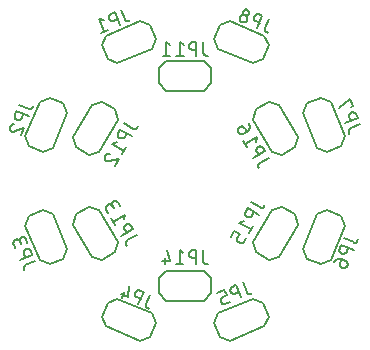
<source format=gbr>
G04 EAGLE Gerber RS-274X export*
G75*
%MOMM*%
%FSLAX34Y34*%
%LPD*%
%INSilkscreen Bottom*%
%IPPOS*%
%AMOC8*
5,1,8,0,0,1.08239X$1,22.5*%
G01*
%ADD10C,0.152400*%
%ADD11C,0.127000*%


D10*
X277172Y712703D02*
X272312Y724436D01*
X277172Y712703D02*
X285469Y709267D01*
X314802Y721417D01*
X318238Y729714D01*
X313378Y741447D01*
X305082Y744883D01*
X275748Y732733D01*
X272312Y724436D01*
D11*
X292025Y746424D02*
X288623Y754637D01*
X292025Y746424D02*
X292065Y746333D01*
X292109Y746243D01*
X292156Y746155D01*
X292206Y746069D01*
X292260Y745985D01*
X292317Y745903D01*
X292377Y745823D01*
X292441Y745746D01*
X292507Y745672D01*
X292576Y745600D01*
X292648Y745531D01*
X292722Y745465D01*
X292800Y745401D01*
X292879Y745341D01*
X292961Y745284D01*
X293045Y745230D01*
X293131Y745180D01*
X293219Y745133D01*
X293309Y745089D01*
X293400Y745049D01*
X293493Y745013D01*
X293587Y744980D01*
X293683Y744951D01*
X293779Y744926D01*
X293876Y744905D01*
X293975Y744887D01*
X294073Y744874D01*
X294173Y744864D01*
X294272Y744858D01*
X294372Y744856D01*
X294472Y744858D01*
X294571Y744864D01*
X294671Y744874D01*
X294769Y744887D01*
X294868Y744905D01*
X294965Y744926D01*
X295061Y744951D01*
X295157Y744980D01*
X295251Y745013D01*
X295344Y745049D01*
X295344Y745050D02*
X296517Y745536D01*
X287472Y741789D02*
X283098Y752349D01*
X280165Y751134D01*
X280062Y751090D01*
X279961Y751041D01*
X279862Y750989D01*
X279764Y750934D01*
X279669Y750875D01*
X279575Y750813D01*
X279484Y750748D01*
X279396Y750680D01*
X279309Y750608D01*
X279226Y750533D01*
X279145Y750456D01*
X279067Y750376D01*
X278991Y750293D01*
X278919Y750207D01*
X278850Y750119D01*
X278784Y750028D01*
X278721Y749936D01*
X278661Y749841D01*
X278605Y749744D01*
X278552Y749645D01*
X278503Y749544D01*
X278458Y749442D01*
X278416Y749338D01*
X278377Y749233D01*
X278343Y749126D01*
X278312Y749018D01*
X278285Y748909D01*
X278262Y748800D01*
X278243Y748689D01*
X278228Y748578D01*
X278216Y748467D01*
X278209Y748355D01*
X278205Y748243D01*
X278206Y748131D01*
X278210Y748019D01*
X278219Y747907D01*
X278231Y747796D01*
X278247Y747685D01*
X278267Y747575D01*
X278291Y747465D01*
X278319Y747357D01*
X278351Y747249D01*
X278386Y747143D01*
X278426Y747038D01*
X278469Y746934D01*
X278515Y746832D01*
X278565Y746732D01*
X278619Y746634D01*
X278676Y746537D01*
X278736Y746443D01*
X278800Y746351D01*
X278867Y746261D01*
X278937Y746173D01*
X279010Y746088D01*
X279086Y746006D01*
X279165Y745926D01*
X279246Y745850D01*
X279331Y745776D01*
X279418Y745705D01*
X279507Y745637D01*
X279599Y745573D01*
X279692Y745512D01*
X279788Y745454D01*
X279886Y745399D01*
X279986Y745348D01*
X280088Y745301D01*
X280191Y745257D01*
X280296Y745217D01*
X280402Y745181D01*
X280509Y745148D01*
X280617Y745119D01*
X280726Y745094D01*
X280836Y745073D01*
X280947Y745056D01*
X281058Y745042D01*
X281170Y745033D01*
X281282Y745028D01*
X281394Y745026D01*
X281506Y745029D01*
X281618Y745035D01*
X281730Y745045D01*
X281841Y745060D01*
X281951Y745078D01*
X282061Y745100D01*
X282170Y745126D01*
X282278Y745156D01*
X282385Y745189D01*
X282491Y745227D01*
X282595Y745268D01*
X282595Y745267D02*
X285528Y746482D01*
X274038Y745847D02*
X270133Y746978D01*
X274507Y736419D01*
X277440Y737634D02*
X271574Y735203D01*
D10*
X320675Y704850D02*
X320675Y692150D01*
X327025Y685800D01*
X358775Y685800D01*
X365125Y692150D01*
X365125Y704850D01*
X358775Y711200D01*
X327025Y711200D01*
X320675Y704850D01*
D11*
X358342Y718312D02*
X358342Y727202D01*
X358342Y718312D02*
X358344Y718212D01*
X358350Y718113D01*
X358360Y718013D01*
X358373Y717915D01*
X358391Y717816D01*
X358412Y717719D01*
X358437Y717623D01*
X358466Y717527D01*
X358499Y717433D01*
X358535Y717340D01*
X358575Y717249D01*
X358619Y717159D01*
X358666Y717071D01*
X358716Y716985D01*
X358770Y716901D01*
X358827Y716819D01*
X358887Y716740D01*
X358951Y716662D01*
X359017Y716588D01*
X359086Y716516D01*
X359158Y716447D01*
X359232Y716381D01*
X359310Y716317D01*
X359389Y716257D01*
X359471Y716200D01*
X359555Y716146D01*
X359641Y716096D01*
X359729Y716049D01*
X359819Y716005D01*
X359910Y715965D01*
X360003Y715929D01*
X360097Y715896D01*
X360193Y715867D01*
X360289Y715842D01*
X360386Y715821D01*
X360485Y715803D01*
X360583Y715790D01*
X360683Y715780D01*
X360782Y715774D01*
X360882Y715772D01*
X362152Y715772D01*
X352362Y715772D02*
X352362Y727202D01*
X349187Y727202D01*
X349076Y727200D01*
X348966Y727194D01*
X348855Y727185D01*
X348745Y727171D01*
X348636Y727154D01*
X348527Y727133D01*
X348419Y727108D01*
X348312Y727079D01*
X348206Y727047D01*
X348101Y727011D01*
X347998Y726971D01*
X347896Y726928D01*
X347795Y726881D01*
X347696Y726830D01*
X347600Y726777D01*
X347505Y726720D01*
X347412Y726659D01*
X347321Y726596D01*
X347232Y726529D01*
X347146Y726459D01*
X347063Y726386D01*
X346981Y726311D01*
X346903Y726233D01*
X346828Y726151D01*
X346755Y726068D01*
X346685Y725982D01*
X346618Y725893D01*
X346555Y725802D01*
X346494Y725709D01*
X346437Y725615D01*
X346384Y725518D01*
X346333Y725419D01*
X346286Y725318D01*
X346243Y725216D01*
X346203Y725113D01*
X346167Y725008D01*
X346135Y724902D01*
X346106Y724795D01*
X346081Y724687D01*
X346060Y724578D01*
X346043Y724469D01*
X346029Y724359D01*
X346020Y724248D01*
X346014Y724138D01*
X346012Y724027D01*
X346014Y723916D01*
X346020Y723806D01*
X346029Y723695D01*
X346043Y723585D01*
X346060Y723476D01*
X346081Y723367D01*
X346106Y723259D01*
X346135Y723152D01*
X346167Y723046D01*
X346203Y722941D01*
X346243Y722838D01*
X346286Y722736D01*
X346333Y722635D01*
X346384Y722536D01*
X346437Y722440D01*
X346494Y722345D01*
X346555Y722252D01*
X346618Y722161D01*
X346685Y722072D01*
X346755Y721986D01*
X346828Y721903D01*
X346903Y721821D01*
X346981Y721743D01*
X347063Y721668D01*
X347146Y721595D01*
X347232Y721525D01*
X347321Y721458D01*
X347412Y721395D01*
X347505Y721334D01*
X347600Y721277D01*
X347696Y721224D01*
X347795Y721173D01*
X347896Y721126D01*
X347998Y721083D01*
X348101Y721043D01*
X348206Y721007D01*
X348312Y720975D01*
X348419Y720946D01*
X348527Y720921D01*
X348636Y720900D01*
X348745Y720883D01*
X348855Y720869D01*
X348966Y720860D01*
X349076Y720854D01*
X349187Y720852D01*
X352362Y720852D01*
X341503Y724662D02*
X338328Y727202D01*
X338328Y715772D01*
X341503Y715772D02*
X335153Y715772D01*
X330073Y724662D02*
X326898Y727202D01*
X326898Y715772D01*
X330073Y715772D02*
X323723Y715772D01*
D10*
X261087Y631628D02*
X250088Y637978D01*
X261087Y631628D02*
X269761Y633952D01*
X285636Y661448D01*
X283312Y670122D01*
X272313Y676472D01*
X263639Y674148D01*
X247764Y646652D01*
X250088Y637978D01*
D11*
X291037Y658356D02*
X298736Y653911D01*
X298823Y653863D01*
X298912Y653818D01*
X299003Y653777D01*
X299096Y653740D01*
X299190Y653706D01*
X299285Y653676D01*
X299381Y653649D01*
X299478Y653627D01*
X299576Y653608D01*
X299674Y653593D01*
X299774Y653582D01*
X299873Y653574D01*
X299973Y653571D01*
X300072Y653572D01*
X300172Y653576D01*
X300271Y653585D01*
X300370Y653597D01*
X300469Y653614D01*
X300567Y653634D01*
X300663Y653658D01*
X300759Y653685D01*
X300854Y653717D01*
X300947Y653752D01*
X301039Y653791D01*
X301129Y653833D01*
X301218Y653879D01*
X301305Y653928D01*
X301389Y653981D01*
X301472Y654037D01*
X301552Y654096D01*
X301630Y654158D01*
X301706Y654223D01*
X301778Y654292D01*
X301848Y654363D01*
X301916Y654436D01*
X301980Y654513D01*
X302041Y654591D01*
X302099Y654672D01*
X302154Y654756D01*
X302206Y654841D01*
X302205Y654841D02*
X302840Y655941D01*
X297945Y647462D02*
X288047Y653177D01*
X286459Y650428D01*
X286406Y650331D01*
X286355Y650232D01*
X286308Y650131D01*
X286265Y650029D01*
X286225Y649926D01*
X286189Y649821D01*
X286157Y649715D01*
X286128Y649608D01*
X286103Y649500D01*
X286082Y649391D01*
X286065Y649282D01*
X286051Y649172D01*
X286042Y649061D01*
X286036Y648951D01*
X286034Y648840D01*
X286036Y648729D01*
X286042Y648619D01*
X286051Y648508D01*
X286065Y648398D01*
X286082Y648289D01*
X286103Y648180D01*
X286128Y648072D01*
X286157Y647965D01*
X286189Y647859D01*
X286225Y647754D01*
X286265Y647651D01*
X286308Y647549D01*
X286355Y647448D01*
X286406Y647349D01*
X286459Y647253D01*
X286516Y647158D01*
X286577Y647065D01*
X286640Y646974D01*
X286707Y646885D01*
X286777Y646799D01*
X286850Y646716D01*
X286925Y646634D01*
X287003Y646556D01*
X287085Y646481D01*
X287168Y646408D01*
X287254Y646338D01*
X287343Y646271D01*
X287434Y646208D01*
X287527Y646147D01*
X287621Y646090D01*
X287718Y646037D01*
X287817Y645986D01*
X287918Y645939D01*
X288020Y645896D01*
X288123Y645856D01*
X288228Y645820D01*
X288334Y645788D01*
X288441Y645759D01*
X288549Y645734D01*
X288658Y645713D01*
X288767Y645696D01*
X288877Y645682D01*
X288988Y645673D01*
X289098Y645667D01*
X289209Y645665D01*
X289320Y645667D01*
X289430Y645673D01*
X289541Y645682D01*
X289651Y645696D01*
X289760Y645713D01*
X289869Y645734D01*
X289977Y645759D01*
X290084Y645788D01*
X290190Y645820D01*
X290295Y645856D01*
X290398Y645896D01*
X290500Y645939D01*
X290601Y645986D01*
X290700Y646037D01*
X290796Y646090D01*
X290891Y646147D01*
X290984Y646208D01*
X291075Y646271D01*
X291164Y646338D01*
X291250Y646408D01*
X291333Y646481D01*
X291415Y646556D01*
X291493Y646634D01*
X291568Y646716D01*
X291641Y646799D01*
X291711Y646885D01*
X291778Y646974D01*
X291841Y647065D01*
X291902Y647158D01*
X291959Y647252D01*
X291958Y647253D02*
X293546Y650002D01*
X284817Y642503D02*
X281030Y641024D01*
X290928Y635309D01*
X292516Y638058D02*
X289341Y632559D01*
X275157Y630850D02*
X275106Y630758D01*
X275059Y630665D01*
X275015Y630570D01*
X274975Y630474D01*
X274938Y630376D01*
X274905Y630277D01*
X274876Y630177D01*
X274850Y630076D01*
X274828Y629974D01*
X274810Y629871D01*
X274795Y629768D01*
X274784Y629664D01*
X274777Y629560D01*
X274774Y629456D01*
X274775Y629351D01*
X274779Y629247D01*
X274788Y629143D01*
X274800Y629039D01*
X274815Y628936D01*
X274835Y628834D01*
X274858Y628732D01*
X274885Y628631D01*
X274916Y628532D01*
X274950Y628433D01*
X274988Y628336D01*
X275030Y628240D01*
X275074Y628146D01*
X275123Y628053D01*
X275174Y627962D01*
X275229Y627874D01*
X275287Y627787D01*
X275349Y627703D01*
X275413Y627620D01*
X275480Y627541D01*
X275550Y627463D01*
X275623Y627389D01*
X275699Y627317D01*
X275777Y627247D01*
X275857Y627181D01*
X275940Y627118D01*
X276026Y627058D01*
X276113Y627001D01*
X276203Y626947D01*
X275156Y630850D02*
X275217Y630951D01*
X275281Y631051D01*
X275348Y631148D01*
X275418Y631243D01*
X275492Y631336D01*
X275568Y631427D01*
X275647Y631515D01*
X275729Y631600D01*
X275814Y631683D01*
X275901Y631762D01*
X275991Y631839D01*
X276084Y631914D01*
X276178Y631985D01*
X276275Y632053D01*
X276374Y632117D01*
X276475Y632179D01*
X276578Y632237D01*
X276683Y632292D01*
X276790Y632344D01*
X276898Y632392D01*
X277007Y632437D01*
X277118Y632478D01*
X277231Y632515D01*
X277344Y632549D01*
X277459Y632579D01*
X277574Y632605D01*
X277690Y632628D01*
X277807Y632647D01*
X277924Y632662D01*
X278042Y632673D01*
X278160Y632681D01*
X278279Y632685D01*
X278397Y632684D01*
X278515Y632681D01*
X278634Y632673D01*
X278751Y632661D01*
X278869Y632646D01*
X278986Y632627D01*
X279102Y632604D01*
X278603Y626660D02*
X278499Y626631D01*
X278394Y626606D01*
X278288Y626585D01*
X278182Y626567D01*
X278074Y626554D01*
X277967Y626544D01*
X277859Y626537D01*
X277751Y626535D01*
X277643Y626536D01*
X277535Y626542D01*
X277427Y626551D01*
X277320Y626563D01*
X277213Y626580D01*
X277107Y626600D01*
X277002Y626624D01*
X276897Y626652D01*
X276794Y626684D01*
X276692Y626719D01*
X276591Y626757D01*
X276491Y626799D01*
X276393Y626845D01*
X276297Y626894D01*
X276202Y626946D01*
X278603Y626660D02*
X286801Y628160D01*
X283626Y622660D01*
D10*
X283312Y549078D02*
X272313Y542728D01*
X283312Y549078D02*
X285636Y557752D01*
X269761Y585248D01*
X261087Y587572D01*
X250088Y581222D01*
X247764Y572548D01*
X263639Y545052D01*
X272313Y542728D01*
D11*
X294062Y559231D02*
X301761Y563676D01*
X294062Y559232D02*
X293977Y559180D01*
X293893Y559125D01*
X293812Y559067D01*
X293734Y559006D01*
X293657Y558942D01*
X293584Y558874D01*
X293513Y558804D01*
X293444Y558732D01*
X293379Y558656D01*
X293317Y558578D01*
X293258Y558498D01*
X293202Y558415D01*
X293149Y558331D01*
X293100Y558244D01*
X293054Y558155D01*
X293012Y558065D01*
X292973Y557973D01*
X292938Y557880D01*
X292906Y557785D01*
X292879Y557689D01*
X292855Y557593D01*
X292835Y557495D01*
X292818Y557396D01*
X292806Y557298D01*
X292797Y557198D01*
X292793Y557099D01*
X292792Y556999D01*
X292795Y556899D01*
X292803Y556800D01*
X292814Y556700D01*
X292829Y556602D01*
X292847Y556504D01*
X292870Y556407D01*
X292897Y556311D01*
X292927Y556216D01*
X292961Y556122D01*
X292998Y556029D01*
X293039Y555939D01*
X293084Y555849D01*
X293132Y555762D01*
X293767Y554662D01*
X288872Y563140D02*
X298771Y568855D01*
X297183Y571605D01*
X297184Y571605D02*
X297127Y571699D01*
X297066Y571792D01*
X297003Y571883D01*
X296936Y571972D01*
X296866Y572058D01*
X296793Y572141D01*
X296718Y572223D01*
X296640Y572301D01*
X296558Y572376D01*
X296475Y572449D01*
X296389Y572519D01*
X296300Y572586D01*
X296209Y572649D01*
X296116Y572710D01*
X296021Y572767D01*
X295925Y572820D01*
X295826Y572871D01*
X295725Y572918D01*
X295623Y572961D01*
X295520Y573001D01*
X295415Y573037D01*
X295309Y573069D01*
X295202Y573098D01*
X295094Y573123D01*
X294985Y573144D01*
X294876Y573161D01*
X294766Y573175D01*
X294655Y573184D01*
X294545Y573190D01*
X294434Y573192D01*
X294323Y573190D01*
X294213Y573184D01*
X294102Y573175D01*
X293992Y573161D01*
X293883Y573144D01*
X293774Y573123D01*
X293666Y573098D01*
X293559Y573069D01*
X293453Y573037D01*
X293348Y573001D01*
X293245Y572961D01*
X293143Y572918D01*
X293042Y572871D01*
X292943Y572820D01*
X292846Y572767D01*
X292752Y572710D01*
X292659Y572649D01*
X292568Y572586D01*
X292479Y572519D01*
X292393Y572449D01*
X292310Y572376D01*
X292228Y572301D01*
X292150Y572223D01*
X292075Y572141D01*
X292002Y572058D01*
X291932Y571972D01*
X291865Y571883D01*
X291802Y571792D01*
X291741Y571699D01*
X291684Y571604D01*
X291631Y571508D01*
X291580Y571409D01*
X291533Y571308D01*
X291490Y571206D01*
X291450Y571103D01*
X291414Y570998D01*
X291382Y570892D01*
X291353Y570785D01*
X291328Y570677D01*
X291307Y570568D01*
X291290Y570459D01*
X291276Y570349D01*
X291267Y570238D01*
X291261Y570128D01*
X291259Y570017D01*
X291261Y569906D01*
X291267Y569796D01*
X291276Y569685D01*
X291290Y569575D01*
X291307Y569466D01*
X291328Y569357D01*
X291353Y569249D01*
X291382Y569142D01*
X291414Y569036D01*
X291450Y568931D01*
X291490Y568828D01*
X291533Y568726D01*
X291580Y568625D01*
X291631Y568526D01*
X291684Y568429D01*
X291684Y568430D02*
X293272Y565680D01*
X291142Y576989D02*
X291754Y581009D01*
X281855Y575294D01*
X280268Y578043D02*
X283443Y572544D01*
X277728Y582443D02*
X276140Y585192D01*
X276087Y585289D01*
X276036Y585388D01*
X275989Y585489D01*
X275946Y585591D01*
X275906Y585694D01*
X275870Y585799D01*
X275838Y585905D01*
X275809Y586012D01*
X275784Y586120D01*
X275763Y586229D01*
X275746Y586338D01*
X275732Y586448D01*
X275723Y586559D01*
X275717Y586669D01*
X275715Y586780D01*
X275717Y586891D01*
X275723Y587001D01*
X275732Y587112D01*
X275746Y587222D01*
X275763Y587331D01*
X275784Y587440D01*
X275809Y587548D01*
X275838Y587655D01*
X275870Y587761D01*
X275906Y587866D01*
X275946Y587969D01*
X275989Y588071D01*
X276036Y588172D01*
X276087Y588271D01*
X276140Y588368D01*
X276197Y588462D01*
X276258Y588555D01*
X276321Y588646D01*
X276388Y588735D01*
X276458Y588821D01*
X276531Y588904D01*
X276606Y588986D01*
X276684Y589064D01*
X276766Y589139D01*
X276849Y589212D01*
X276935Y589282D01*
X277024Y589349D01*
X277115Y589412D01*
X277208Y589473D01*
X277303Y589530D01*
X277399Y589583D01*
X277498Y589634D01*
X277599Y589681D01*
X277701Y589724D01*
X277804Y589764D01*
X277909Y589800D01*
X278015Y589832D01*
X278122Y589861D01*
X278230Y589886D01*
X278339Y589907D01*
X278448Y589924D01*
X278558Y589938D01*
X278669Y589947D01*
X278779Y589953D01*
X278890Y589955D01*
X279001Y589953D01*
X279111Y589947D01*
X279222Y589938D01*
X279332Y589924D01*
X279441Y589907D01*
X279550Y589886D01*
X279658Y589861D01*
X279765Y589832D01*
X279871Y589800D01*
X279976Y589764D01*
X280079Y589724D01*
X280181Y589681D01*
X280282Y589634D01*
X280381Y589583D01*
X280478Y589530D01*
X280573Y589473D01*
X280665Y589412D01*
X280756Y589349D01*
X280845Y589282D01*
X280931Y589212D01*
X281014Y589139D01*
X281096Y589064D01*
X281174Y588986D01*
X281249Y588904D01*
X281322Y588821D01*
X281392Y588735D01*
X281459Y588646D01*
X281522Y588555D01*
X281583Y588462D01*
X281640Y588367D01*
X285722Y591457D02*
X287627Y588158D01*
X285722Y591457D02*
X285670Y591542D01*
X285615Y591626D01*
X285557Y591707D01*
X285496Y591785D01*
X285432Y591862D01*
X285364Y591935D01*
X285294Y592006D01*
X285222Y592075D01*
X285146Y592140D01*
X285068Y592202D01*
X284988Y592261D01*
X284905Y592317D01*
X284821Y592370D01*
X284734Y592419D01*
X284645Y592465D01*
X284555Y592507D01*
X284463Y592546D01*
X284370Y592581D01*
X284275Y592613D01*
X284179Y592640D01*
X284083Y592664D01*
X283985Y592684D01*
X283886Y592701D01*
X283788Y592713D01*
X283688Y592722D01*
X283588Y592726D01*
X283489Y592727D01*
X283389Y592724D01*
X283290Y592716D01*
X283190Y592705D01*
X283092Y592690D01*
X282994Y592671D01*
X282897Y592649D01*
X282801Y592622D01*
X282706Y592592D01*
X282612Y592558D01*
X282519Y592521D01*
X282429Y592480D01*
X282339Y592435D01*
X282252Y592387D01*
X282167Y592335D01*
X282083Y592280D01*
X282002Y592222D01*
X281924Y592161D01*
X281847Y592097D01*
X281774Y592029D01*
X281703Y591959D01*
X281634Y591887D01*
X281569Y591811D01*
X281507Y591733D01*
X281448Y591653D01*
X281392Y591570D01*
X281339Y591486D01*
X281290Y591399D01*
X281244Y591310D01*
X281202Y591220D01*
X281163Y591128D01*
X281128Y591035D01*
X281096Y590940D01*
X281069Y590844D01*
X281045Y590748D01*
X281025Y590650D01*
X281008Y590551D01*
X280996Y590452D01*
X280987Y590353D01*
X280983Y590253D01*
X280982Y590154D01*
X280985Y590054D01*
X280993Y589955D01*
X281004Y589855D01*
X281019Y589757D01*
X281038Y589659D01*
X281060Y589562D01*
X281087Y589466D01*
X281117Y589371D01*
X281151Y589277D01*
X281188Y589184D01*
X281229Y589093D01*
X281274Y589004D01*
X281322Y588917D01*
X282592Y586718D01*
D10*
X365125Y527050D02*
X365125Y514350D01*
X365125Y527050D02*
X358775Y533400D01*
X327025Y533400D01*
X320675Y527050D01*
X320675Y514350D01*
X327025Y508000D01*
X358775Y508000D01*
X365125Y514350D01*
D11*
X358267Y542163D02*
X358267Y551053D01*
X358267Y542163D02*
X358269Y542063D01*
X358275Y541964D01*
X358285Y541864D01*
X358298Y541766D01*
X358316Y541667D01*
X358337Y541570D01*
X358362Y541474D01*
X358391Y541378D01*
X358424Y541284D01*
X358460Y541191D01*
X358500Y541100D01*
X358544Y541010D01*
X358591Y540922D01*
X358641Y540836D01*
X358695Y540752D01*
X358752Y540670D01*
X358812Y540591D01*
X358876Y540513D01*
X358942Y540439D01*
X359011Y540367D01*
X359083Y540298D01*
X359157Y540232D01*
X359235Y540168D01*
X359314Y540108D01*
X359396Y540051D01*
X359480Y539997D01*
X359566Y539947D01*
X359654Y539900D01*
X359744Y539856D01*
X359835Y539816D01*
X359928Y539780D01*
X360022Y539747D01*
X360118Y539718D01*
X360214Y539693D01*
X360311Y539672D01*
X360410Y539654D01*
X360508Y539641D01*
X360608Y539631D01*
X360707Y539625D01*
X360807Y539623D01*
X362077Y539623D01*
X352287Y539623D02*
X352287Y551053D01*
X349112Y551053D01*
X349001Y551051D01*
X348891Y551045D01*
X348780Y551036D01*
X348670Y551022D01*
X348561Y551005D01*
X348452Y550984D01*
X348344Y550959D01*
X348237Y550930D01*
X348131Y550898D01*
X348026Y550862D01*
X347923Y550822D01*
X347821Y550779D01*
X347720Y550732D01*
X347621Y550681D01*
X347525Y550628D01*
X347430Y550571D01*
X347337Y550510D01*
X347246Y550447D01*
X347157Y550380D01*
X347071Y550310D01*
X346988Y550237D01*
X346906Y550162D01*
X346828Y550084D01*
X346753Y550002D01*
X346680Y549919D01*
X346610Y549833D01*
X346543Y549744D01*
X346480Y549653D01*
X346419Y549560D01*
X346362Y549466D01*
X346309Y549369D01*
X346258Y549270D01*
X346211Y549169D01*
X346168Y549067D01*
X346128Y548964D01*
X346092Y548859D01*
X346060Y548753D01*
X346031Y548646D01*
X346006Y548538D01*
X345985Y548429D01*
X345968Y548320D01*
X345954Y548210D01*
X345945Y548099D01*
X345939Y547989D01*
X345937Y547878D01*
X345939Y547767D01*
X345945Y547657D01*
X345954Y547546D01*
X345968Y547436D01*
X345985Y547327D01*
X346006Y547218D01*
X346031Y547110D01*
X346060Y547003D01*
X346092Y546897D01*
X346128Y546792D01*
X346168Y546689D01*
X346211Y546587D01*
X346258Y546486D01*
X346309Y546387D01*
X346362Y546291D01*
X346419Y546196D01*
X346480Y546103D01*
X346543Y546012D01*
X346610Y545923D01*
X346680Y545837D01*
X346753Y545754D01*
X346828Y545672D01*
X346906Y545594D01*
X346988Y545519D01*
X347071Y545446D01*
X347157Y545376D01*
X347246Y545309D01*
X347337Y545246D01*
X347430Y545185D01*
X347525Y545128D01*
X347621Y545075D01*
X347720Y545024D01*
X347821Y544977D01*
X347923Y544934D01*
X348026Y544894D01*
X348131Y544858D01*
X348237Y544826D01*
X348344Y544797D01*
X348452Y544772D01*
X348561Y544751D01*
X348670Y544734D01*
X348780Y544720D01*
X348891Y544711D01*
X349001Y544705D01*
X349112Y544703D01*
X352287Y544703D01*
X341428Y548513D02*
X338253Y551053D01*
X338253Y539623D01*
X341428Y539623D02*
X335078Y539623D01*
X329998Y542163D02*
X327458Y551053D01*
X329998Y542163D02*
X323648Y542163D01*
X325553Y544703D02*
X325553Y539623D01*
D10*
X424713Y587572D02*
X435712Y581222D01*
X424713Y587572D02*
X416039Y585248D01*
X400164Y557752D01*
X402488Y549078D01*
X413487Y542728D01*
X422161Y545052D01*
X438036Y572548D01*
X435712Y581222D01*
D11*
X406495Y587321D02*
X398796Y591766D01*
X406495Y587321D02*
X406582Y587273D01*
X406671Y587228D01*
X406762Y587187D01*
X406855Y587150D01*
X406949Y587116D01*
X407044Y587086D01*
X407140Y587059D01*
X407237Y587037D01*
X407335Y587018D01*
X407433Y587003D01*
X407533Y586992D01*
X407632Y586984D01*
X407732Y586981D01*
X407831Y586982D01*
X407931Y586986D01*
X408030Y586995D01*
X408129Y587007D01*
X408228Y587024D01*
X408326Y587044D01*
X408422Y587068D01*
X408518Y587095D01*
X408613Y587127D01*
X408706Y587162D01*
X408798Y587201D01*
X408888Y587243D01*
X408977Y587289D01*
X409064Y587338D01*
X409148Y587391D01*
X409231Y587447D01*
X409311Y587506D01*
X409389Y587568D01*
X409465Y587633D01*
X409537Y587702D01*
X409607Y587773D01*
X409675Y587846D01*
X409739Y587923D01*
X409800Y588001D01*
X409858Y588082D01*
X409913Y588166D01*
X409965Y588251D01*
X409964Y588251D02*
X410599Y589351D01*
X405704Y580872D02*
X395805Y586587D01*
X394218Y583838D01*
X394165Y583741D01*
X394114Y583642D01*
X394067Y583541D01*
X394024Y583439D01*
X393984Y583336D01*
X393948Y583231D01*
X393916Y583125D01*
X393887Y583018D01*
X393862Y582910D01*
X393841Y582801D01*
X393824Y582692D01*
X393810Y582582D01*
X393801Y582471D01*
X393795Y582361D01*
X393793Y582250D01*
X393795Y582139D01*
X393801Y582029D01*
X393810Y581918D01*
X393824Y581808D01*
X393841Y581699D01*
X393862Y581590D01*
X393887Y581482D01*
X393916Y581375D01*
X393948Y581269D01*
X393984Y581164D01*
X394024Y581061D01*
X394067Y580959D01*
X394114Y580858D01*
X394165Y580759D01*
X394218Y580663D01*
X394275Y580568D01*
X394336Y580475D01*
X394399Y580384D01*
X394466Y580295D01*
X394536Y580209D01*
X394609Y580126D01*
X394684Y580044D01*
X394762Y579966D01*
X394844Y579891D01*
X394927Y579818D01*
X395013Y579748D01*
X395102Y579681D01*
X395193Y579618D01*
X395286Y579557D01*
X395380Y579500D01*
X395477Y579447D01*
X395576Y579396D01*
X395677Y579349D01*
X395779Y579306D01*
X395882Y579266D01*
X395987Y579230D01*
X396093Y579198D01*
X396200Y579169D01*
X396308Y579144D01*
X396417Y579123D01*
X396526Y579106D01*
X396636Y579092D01*
X396747Y579083D01*
X396857Y579077D01*
X396968Y579075D01*
X397079Y579077D01*
X397189Y579083D01*
X397300Y579092D01*
X397410Y579106D01*
X397519Y579123D01*
X397628Y579144D01*
X397736Y579169D01*
X397843Y579198D01*
X397949Y579230D01*
X398054Y579266D01*
X398157Y579306D01*
X398259Y579349D01*
X398360Y579396D01*
X398459Y579447D01*
X398555Y579500D01*
X398650Y579557D01*
X398743Y579618D01*
X398834Y579681D01*
X398923Y579748D01*
X399009Y579818D01*
X399092Y579891D01*
X399174Y579966D01*
X399252Y580044D01*
X399327Y580126D01*
X399400Y580209D01*
X399470Y580295D01*
X399537Y580384D01*
X399600Y580475D01*
X399661Y580568D01*
X399718Y580662D01*
X399717Y580663D02*
X401305Y583412D01*
X392576Y575914D02*
X388789Y574434D01*
X398687Y568719D01*
X400275Y571469D02*
X397100Y565969D01*
X394560Y561570D02*
X392655Y558270D01*
X392603Y558185D01*
X392548Y558101D01*
X392490Y558020D01*
X392429Y557942D01*
X392365Y557865D01*
X392297Y557792D01*
X392227Y557721D01*
X392155Y557652D01*
X392079Y557587D01*
X392001Y557525D01*
X391921Y557466D01*
X391838Y557410D01*
X391754Y557357D01*
X391667Y557308D01*
X391578Y557262D01*
X391488Y557220D01*
X391396Y557181D01*
X391303Y557146D01*
X391208Y557114D01*
X391112Y557087D01*
X391016Y557063D01*
X390918Y557043D01*
X390819Y557026D01*
X390721Y557014D01*
X390621Y557005D01*
X390522Y557001D01*
X390422Y557000D01*
X390322Y557003D01*
X390223Y557011D01*
X390123Y557022D01*
X390025Y557037D01*
X389927Y557055D01*
X389830Y557078D01*
X389734Y557105D01*
X389639Y557135D01*
X389545Y557169D01*
X389452Y557206D01*
X389362Y557247D01*
X389272Y557292D01*
X389185Y557340D01*
X389185Y557341D02*
X388085Y557976D01*
X388085Y557975D02*
X388000Y558027D01*
X387916Y558082D01*
X387835Y558140D01*
X387757Y558201D01*
X387680Y558265D01*
X387607Y558333D01*
X387536Y558403D01*
X387467Y558475D01*
X387402Y558551D01*
X387340Y558629D01*
X387281Y558709D01*
X387225Y558792D01*
X387172Y558876D01*
X387123Y558963D01*
X387077Y559052D01*
X387035Y559142D01*
X386996Y559234D01*
X386961Y559327D01*
X386929Y559422D01*
X386902Y559518D01*
X386878Y559614D01*
X386858Y559712D01*
X386841Y559811D01*
X386829Y559909D01*
X386820Y560009D01*
X386816Y560109D01*
X386815Y560208D01*
X386818Y560308D01*
X386826Y560407D01*
X386837Y560507D01*
X386852Y560605D01*
X386871Y560703D01*
X386893Y560800D01*
X386920Y560896D01*
X386950Y560991D01*
X386984Y561085D01*
X387021Y561178D01*
X387062Y561268D01*
X387107Y561358D01*
X387155Y561445D01*
X387156Y561445D02*
X389061Y564745D01*
X384661Y567285D01*
X381486Y561786D01*
D10*
X402488Y670122D02*
X413487Y676472D01*
X402488Y670122D02*
X400164Y661448D01*
X416039Y633952D01*
X424713Y631628D01*
X435712Y637978D01*
X438036Y646652D01*
X422161Y674148D01*
X413487Y676472D01*
D11*
X413584Y629477D02*
X405885Y625032D01*
X405885Y625033D02*
X405800Y624981D01*
X405716Y624926D01*
X405635Y624868D01*
X405557Y624807D01*
X405480Y624743D01*
X405407Y624675D01*
X405336Y624605D01*
X405267Y624533D01*
X405202Y624457D01*
X405140Y624379D01*
X405081Y624299D01*
X405025Y624216D01*
X404972Y624132D01*
X404923Y624045D01*
X404877Y623956D01*
X404835Y623866D01*
X404796Y623774D01*
X404761Y623681D01*
X404729Y623586D01*
X404702Y623490D01*
X404678Y623394D01*
X404658Y623296D01*
X404641Y623197D01*
X404629Y623099D01*
X404620Y622999D01*
X404616Y622900D01*
X404615Y622800D01*
X404618Y622700D01*
X404626Y622601D01*
X404637Y622501D01*
X404652Y622403D01*
X404670Y622305D01*
X404693Y622208D01*
X404720Y622112D01*
X404750Y622017D01*
X404784Y621923D01*
X404821Y621830D01*
X404862Y621740D01*
X404907Y621650D01*
X404955Y621563D01*
X405590Y620463D01*
X400695Y628941D02*
X410594Y634656D01*
X409006Y637406D01*
X409006Y637407D02*
X408949Y637501D01*
X408888Y637594D01*
X408825Y637685D01*
X408758Y637774D01*
X408688Y637860D01*
X408615Y637943D01*
X408540Y638025D01*
X408462Y638103D01*
X408380Y638178D01*
X408297Y638251D01*
X408211Y638321D01*
X408122Y638388D01*
X408031Y638451D01*
X407938Y638512D01*
X407843Y638569D01*
X407747Y638622D01*
X407648Y638673D01*
X407547Y638720D01*
X407445Y638763D01*
X407342Y638803D01*
X407237Y638839D01*
X407131Y638871D01*
X407024Y638900D01*
X406916Y638925D01*
X406807Y638946D01*
X406698Y638963D01*
X406588Y638977D01*
X406477Y638986D01*
X406367Y638992D01*
X406256Y638994D01*
X406145Y638992D01*
X406035Y638986D01*
X405924Y638977D01*
X405814Y638963D01*
X405705Y638946D01*
X405596Y638925D01*
X405488Y638900D01*
X405381Y638871D01*
X405275Y638839D01*
X405170Y638803D01*
X405067Y638763D01*
X404965Y638720D01*
X404864Y638673D01*
X404765Y638622D01*
X404668Y638569D01*
X404574Y638512D01*
X404481Y638451D01*
X404390Y638388D01*
X404301Y638321D01*
X404215Y638251D01*
X404132Y638178D01*
X404050Y638103D01*
X403972Y638025D01*
X403897Y637943D01*
X403824Y637860D01*
X403754Y637774D01*
X403687Y637685D01*
X403624Y637594D01*
X403563Y637501D01*
X403506Y637406D01*
X403453Y637310D01*
X403402Y637211D01*
X403355Y637110D01*
X403312Y637008D01*
X403272Y636905D01*
X403236Y636800D01*
X403204Y636694D01*
X403175Y636587D01*
X403150Y636479D01*
X403129Y636370D01*
X403112Y636261D01*
X403098Y636151D01*
X403089Y636040D01*
X403083Y635930D01*
X403081Y635819D01*
X403083Y635708D01*
X403089Y635598D01*
X403098Y635487D01*
X403112Y635377D01*
X403129Y635268D01*
X403150Y635159D01*
X403175Y635051D01*
X403204Y634944D01*
X403236Y634838D01*
X403272Y634733D01*
X403312Y634630D01*
X403355Y634528D01*
X403402Y634427D01*
X403453Y634328D01*
X403506Y634231D01*
X403507Y634231D02*
X405094Y631481D01*
X402965Y642790D02*
X403577Y646810D01*
X393678Y641095D01*
X392091Y643844D02*
X395266Y638345D01*
X395050Y651419D02*
X393145Y654718D01*
X393093Y654803D01*
X393038Y654887D01*
X392980Y654968D01*
X392919Y655046D01*
X392855Y655123D01*
X392787Y655196D01*
X392717Y655267D01*
X392645Y655336D01*
X392569Y655401D01*
X392491Y655463D01*
X392411Y655522D01*
X392328Y655578D01*
X392244Y655631D01*
X392157Y655680D01*
X392068Y655726D01*
X391978Y655768D01*
X391886Y655807D01*
X391793Y655842D01*
X391698Y655874D01*
X391602Y655901D01*
X391506Y655925D01*
X391408Y655945D01*
X391309Y655962D01*
X391211Y655974D01*
X391111Y655983D01*
X391012Y655987D01*
X390912Y655988D01*
X390812Y655985D01*
X390713Y655977D01*
X390613Y655966D01*
X390515Y655951D01*
X390417Y655933D01*
X390320Y655910D01*
X390224Y655883D01*
X390129Y655853D01*
X390035Y655819D01*
X389942Y655782D01*
X389852Y655741D01*
X389762Y655696D01*
X389675Y655648D01*
X389125Y655331D01*
X389029Y655273D01*
X388935Y655212D01*
X388844Y655147D01*
X388754Y655080D01*
X388667Y655009D01*
X388583Y654935D01*
X388501Y654859D01*
X388422Y654779D01*
X388346Y654697D01*
X388273Y654612D01*
X388203Y654525D01*
X388136Y654435D01*
X388072Y654343D01*
X388011Y654249D01*
X387954Y654152D01*
X387900Y654054D01*
X387850Y653954D01*
X387803Y653852D01*
X387760Y653748D01*
X387721Y653643D01*
X387685Y653537D01*
X387654Y653430D01*
X387626Y653321D01*
X387601Y653212D01*
X387581Y653102D01*
X387565Y652991D01*
X387552Y652879D01*
X387543Y652768D01*
X387539Y652656D01*
X387538Y652544D01*
X387542Y652432D01*
X387549Y652320D01*
X387560Y652208D01*
X387575Y652097D01*
X387594Y651987D01*
X387617Y651877D01*
X387644Y651768D01*
X387674Y651660D01*
X387709Y651554D01*
X387747Y651448D01*
X387789Y651344D01*
X387834Y651242D01*
X387883Y651141D01*
X387936Y651042D01*
X387992Y650945D01*
X388051Y650850D01*
X388114Y650757D01*
X388180Y650667D01*
X388249Y650579D01*
X388321Y650493D01*
X388396Y650410D01*
X388475Y650329D01*
X388555Y650252D01*
X388639Y650177D01*
X388725Y650105D01*
X388814Y650037D01*
X388905Y649971D01*
X388998Y649909D01*
X389093Y649850D01*
X389191Y649795D01*
X389290Y649743D01*
X389391Y649694D01*
X389494Y649649D01*
X389598Y649608D01*
X389703Y649571D01*
X389810Y649537D01*
X389918Y649507D01*
X390027Y649481D01*
X390137Y649459D01*
X390248Y649440D01*
X390359Y649426D01*
X390470Y649415D01*
X390582Y649409D01*
X390694Y649406D01*
X390806Y649407D01*
X390918Y649413D01*
X391030Y649422D01*
X391141Y649435D01*
X391252Y649452D01*
X391362Y649473D01*
X391471Y649498D01*
X391580Y649527D01*
X391687Y649559D01*
X391793Y649595D01*
X391898Y649635D01*
X392001Y649679D01*
X392103Y649726D01*
X392202Y649777D01*
X392300Y649831D01*
X395050Y651419D01*
X395170Y651490D01*
X395289Y651565D01*
X395405Y651643D01*
X395519Y651725D01*
X395630Y651809D01*
X395739Y651897D01*
X395846Y651987D01*
X395951Y652081D01*
X396052Y652177D01*
X396151Y652276D01*
X396247Y652377D01*
X396341Y652482D01*
X396431Y652589D01*
X396519Y652698D01*
X396603Y652809D01*
X396685Y652923D01*
X396763Y653040D01*
X396838Y653158D01*
X396909Y653278D01*
X396978Y653400D01*
X397043Y653524D01*
X397104Y653650D01*
X397162Y653777D01*
X397217Y653906D01*
X397267Y654037D01*
X397315Y654169D01*
X397358Y654302D01*
X397398Y654436D01*
X397435Y654571D01*
X397467Y654707D01*
X397496Y654844D01*
X397521Y654982D01*
X397542Y655120D01*
X397559Y655259D01*
X397573Y655399D01*
X397582Y655538D01*
X397588Y655678D01*
X397590Y655818D01*
X397588Y655958D01*
X397582Y656098D01*
X397573Y656238D01*
X397559Y656377D01*
X397542Y656516D01*
X397521Y656654D01*
X397496Y656792D01*
X397467Y656929D01*
X397435Y657065D01*
X397398Y657200D01*
X397358Y657334D01*
X397315Y657467D01*
X397267Y657599D01*
X397217Y657730D01*
X397162Y657859D01*
X397104Y657986D01*
X397043Y658112D01*
X396978Y658236D01*
X396909Y658358D01*
D10*
X222787Y634262D02*
X211053Y639122D01*
X222787Y634262D02*
X231083Y637698D01*
X243233Y667032D01*
X239797Y675328D01*
X228064Y680188D01*
X219767Y676752D01*
X207617Y647418D01*
X211053Y639122D01*
D11*
X210441Y670788D02*
X202228Y674190D01*
X210441Y670787D02*
X210534Y670751D01*
X210628Y670718D01*
X210724Y670689D01*
X210820Y670664D01*
X210917Y670643D01*
X211016Y670625D01*
X211114Y670612D01*
X211214Y670602D01*
X211313Y670596D01*
X211413Y670594D01*
X211513Y670596D01*
X211612Y670602D01*
X211712Y670612D01*
X211810Y670625D01*
X211909Y670643D01*
X212006Y670664D01*
X212102Y670689D01*
X212198Y670718D01*
X212292Y670751D01*
X212385Y670787D01*
X212476Y670827D01*
X212566Y670871D01*
X212654Y670918D01*
X212740Y670968D01*
X212824Y671022D01*
X212906Y671079D01*
X212986Y671139D01*
X213063Y671203D01*
X213137Y671269D01*
X213209Y671338D01*
X213278Y671410D01*
X213344Y671484D01*
X213408Y671562D01*
X213468Y671641D01*
X213525Y671723D01*
X213579Y671807D01*
X213629Y671893D01*
X213676Y671981D01*
X213720Y672071D01*
X213760Y672162D01*
X214246Y673336D01*
X210499Y664291D02*
X199939Y668665D01*
X198724Y665732D01*
X198725Y665732D02*
X198684Y665628D01*
X198646Y665522D01*
X198613Y665415D01*
X198583Y665307D01*
X198557Y665198D01*
X198535Y665088D01*
X198517Y664978D01*
X198502Y664867D01*
X198492Y664755D01*
X198486Y664643D01*
X198483Y664531D01*
X198485Y664419D01*
X198490Y664307D01*
X198499Y664195D01*
X198513Y664084D01*
X198530Y663973D01*
X198551Y663863D01*
X198576Y663754D01*
X198605Y663646D01*
X198638Y663539D01*
X198674Y663433D01*
X198714Y663328D01*
X198758Y663225D01*
X198805Y663123D01*
X198856Y663023D01*
X198911Y662925D01*
X198969Y662829D01*
X199030Y662736D01*
X199094Y662644D01*
X199162Y662555D01*
X199233Y662468D01*
X199307Y662384D01*
X199383Y662302D01*
X199463Y662223D01*
X199545Y662147D01*
X199630Y662074D01*
X199718Y662004D01*
X199808Y661937D01*
X199900Y661873D01*
X199994Y661813D01*
X200091Y661756D01*
X200189Y661702D01*
X200289Y661652D01*
X200391Y661606D01*
X200495Y661563D01*
X200600Y661523D01*
X200706Y661488D01*
X200814Y661456D01*
X200922Y661428D01*
X201032Y661404D01*
X201142Y661384D01*
X201253Y661368D01*
X201364Y661356D01*
X201476Y661347D01*
X201588Y661343D01*
X201700Y661342D01*
X201812Y661346D01*
X201924Y661353D01*
X202035Y661365D01*
X202146Y661380D01*
X202257Y661399D01*
X202366Y661422D01*
X202475Y661449D01*
X202583Y661480D01*
X202690Y661514D01*
X202795Y661553D01*
X202899Y661595D01*
X203001Y661640D01*
X203102Y661689D01*
X203201Y661742D01*
X203298Y661798D01*
X203393Y661858D01*
X203485Y661921D01*
X203576Y661987D01*
X203664Y662056D01*
X203750Y662128D01*
X203833Y662204D01*
X203913Y662282D01*
X203990Y662363D01*
X204065Y662446D01*
X204137Y662533D01*
X204205Y662621D01*
X204270Y662712D01*
X204332Y662806D01*
X204391Y662901D01*
X204446Y662999D01*
X204498Y663098D01*
X204547Y663199D01*
X204591Y663302D01*
X205806Y666235D01*
X194447Y655407D02*
X194407Y655307D01*
X194372Y655206D01*
X194341Y655104D01*
X194313Y655001D01*
X194289Y654897D01*
X194269Y654792D01*
X194253Y654686D01*
X194241Y654580D01*
X194233Y654473D01*
X194229Y654366D01*
X194229Y654260D01*
X194233Y654153D01*
X194241Y654046D01*
X194253Y653940D01*
X194269Y653834D01*
X194289Y653729D01*
X194313Y653625D01*
X194341Y653522D01*
X194372Y653420D01*
X194408Y653319D01*
X194447Y653219D01*
X194489Y653121D01*
X194536Y653025D01*
X194586Y652931D01*
X194639Y652838D01*
X194696Y652747D01*
X194756Y652659D01*
X194820Y652573D01*
X194886Y652490D01*
X194956Y652409D01*
X195029Y652330D01*
X195104Y652255D01*
X195183Y652182D01*
X195264Y652112D01*
X195347Y652046D01*
X195433Y651982D01*
X195521Y651922D01*
X195612Y651865D01*
X195705Y651812D01*
X195799Y651762D01*
X195895Y651715D01*
X195993Y651673D01*
X194447Y655406D02*
X194494Y655514D01*
X194545Y655621D01*
X194599Y655727D01*
X194656Y655830D01*
X194717Y655932D01*
X194781Y656032D01*
X194848Y656129D01*
X194918Y656225D01*
X194991Y656318D01*
X195067Y656408D01*
X195146Y656496D01*
X195228Y656582D01*
X195313Y656665D01*
X195400Y656745D01*
X195490Y656822D01*
X195582Y656896D01*
X195676Y656967D01*
X195773Y657036D01*
X195872Y657101D01*
X195973Y657162D01*
X196076Y657221D01*
X196181Y657276D01*
X196287Y657328D01*
X196395Y657376D01*
X196505Y657421D01*
X196616Y657462D01*
X196728Y657500D01*
X196841Y657534D01*
X196956Y657564D01*
X197071Y657591D01*
X197187Y657614D01*
X197304Y657633D01*
X197422Y657648D01*
X197539Y657660D01*
X197657Y657668D01*
X197776Y657671D01*
X197894Y657672D01*
X198012Y657668D01*
X198131Y657660D01*
X198411Y651702D02*
X198312Y651660D01*
X198211Y651622D01*
X198108Y651587D01*
X198005Y651555D01*
X197901Y651528D01*
X197795Y651504D01*
X197689Y651484D01*
X197582Y651467D01*
X197475Y651454D01*
X197367Y651445D01*
X197259Y651440D01*
X197151Y651439D01*
X197043Y651442D01*
X196936Y651448D01*
X196828Y651458D01*
X196721Y651472D01*
X196614Y651489D01*
X196508Y651511D01*
X196403Y651536D01*
X196299Y651565D01*
X196196Y651597D01*
X196094Y651633D01*
X195994Y651673D01*
X198412Y651702D02*
X206344Y654259D01*
X203914Y648392D01*
D10*
X239797Y543872D02*
X228064Y539012D01*
X239797Y543872D02*
X243233Y552168D01*
X231083Y581502D01*
X222787Y584938D01*
X211053Y580078D01*
X207617Y571782D01*
X219767Y542448D01*
X228064Y539012D01*
D11*
X215838Y541793D02*
X207625Y538391D01*
X207625Y538392D02*
X207534Y538352D01*
X207444Y538308D01*
X207356Y538261D01*
X207270Y538211D01*
X207186Y538157D01*
X207104Y538100D01*
X207025Y538040D01*
X206947Y537976D01*
X206873Y537910D01*
X206801Y537841D01*
X206732Y537769D01*
X206666Y537695D01*
X206602Y537618D01*
X206542Y537538D01*
X206485Y537456D01*
X206431Y537372D01*
X206381Y537286D01*
X206334Y537198D01*
X206290Y537108D01*
X206250Y537017D01*
X206214Y536924D01*
X206181Y536830D01*
X206152Y536734D01*
X206127Y536638D01*
X206106Y536541D01*
X206088Y536442D01*
X206075Y536344D01*
X206065Y536244D01*
X206059Y536145D01*
X206057Y536045D01*
X206059Y535945D01*
X206065Y535846D01*
X206075Y535747D01*
X206088Y535648D01*
X206106Y535550D01*
X206127Y535452D01*
X206152Y535356D01*
X206181Y535260D01*
X206214Y535166D01*
X206250Y535073D01*
X206736Y533899D01*
X202990Y542944D02*
X213550Y547318D01*
X212335Y550252D01*
X212291Y550355D01*
X212242Y550456D01*
X212190Y550555D01*
X212135Y550653D01*
X212076Y550748D01*
X212014Y550842D01*
X211949Y550933D01*
X211881Y551021D01*
X211809Y551108D01*
X211734Y551191D01*
X211657Y551272D01*
X211577Y551350D01*
X211494Y551426D01*
X211408Y551498D01*
X211320Y551567D01*
X211229Y551633D01*
X211137Y551696D01*
X211042Y551756D01*
X210945Y551812D01*
X210846Y551865D01*
X210745Y551914D01*
X210643Y551959D01*
X210539Y552001D01*
X210434Y552040D01*
X210327Y552074D01*
X210219Y552105D01*
X210110Y552132D01*
X210001Y552155D01*
X209890Y552174D01*
X209779Y552189D01*
X209668Y552201D01*
X209556Y552208D01*
X209444Y552212D01*
X209332Y552211D01*
X209220Y552207D01*
X209108Y552198D01*
X208997Y552186D01*
X208886Y552170D01*
X208776Y552150D01*
X208666Y552126D01*
X208558Y552098D01*
X208450Y552066D01*
X208344Y552031D01*
X208239Y551991D01*
X208135Y551948D01*
X208033Y551902D01*
X207933Y551852D01*
X207835Y551798D01*
X207738Y551741D01*
X207644Y551681D01*
X207552Y551617D01*
X207462Y551550D01*
X207374Y551480D01*
X207289Y551407D01*
X207207Y551331D01*
X207127Y551252D01*
X207051Y551171D01*
X206977Y551086D01*
X206906Y550999D01*
X206838Y550910D01*
X206774Y550818D01*
X206713Y550725D01*
X206655Y550629D01*
X206600Y550531D01*
X206549Y550431D01*
X206502Y550329D01*
X206458Y550226D01*
X206418Y550121D01*
X206382Y550015D01*
X206349Y549908D01*
X206320Y549800D01*
X206295Y549691D01*
X206274Y549581D01*
X206257Y549470D01*
X206243Y549359D01*
X206234Y549247D01*
X206229Y549135D01*
X206227Y549023D01*
X206230Y548911D01*
X206236Y548799D01*
X206246Y548687D01*
X206261Y548576D01*
X206279Y548466D01*
X206301Y548356D01*
X206327Y548247D01*
X206357Y548139D01*
X206390Y548032D01*
X206428Y547926D01*
X206469Y547822D01*
X206468Y547822D02*
X207683Y544888D01*
X198835Y552976D02*
X197620Y555909D01*
X197579Y556013D01*
X197541Y556119D01*
X197508Y556226D01*
X197478Y556334D01*
X197452Y556443D01*
X197430Y556553D01*
X197412Y556663D01*
X197397Y556774D01*
X197387Y556886D01*
X197381Y556998D01*
X197378Y557110D01*
X197380Y557222D01*
X197385Y557334D01*
X197394Y557446D01*
X197408Y557557D01*
X197425Y557668D01*
X197446Y557778D01*
X197471Y557887D01*
X197500Y557995D01*
X197533Y558102D01*
X197569Y558208D01*
X197609Y558313D01*
X197653Y558416D01*
X197700Y558518D01*
X197751Y558618D01*
X197806Y558716D01*
X197864Y558812D01*
X197925Y558905D01*
X197989Y558997D01*
X198057Y559086D01*
X198128Y559173D01*
X198202Y559258D01*
X198278Y559339D01*
X198358Y559418D01*
X198440Y559494D01*
X198525Y559567D01*
X198613Y559637D01*
X198703Y559704D01*
X198795Y559768D01*
X198889Y559828D01*
X198986Y559885D01*
X199084Y559939D01*
X199184Y559989D01*
X199286Y560035D01*
X199390Y560078D01*
X199495Y560118D01*
X199601Y560153D01*
X199709Y560185D01*
X199817Y560213D01*
X199927Y560237D01*
X200037Y560257D01*
X200148Y560273D01*
X200259Y560285D01*
X200371Y560294D01*
X200483Y560298D01*
X200595Y560299D01*
X200707Y560295D01*
X200819Y560288D01*
X200930Y560276D01*
X201041Y560261D01*
X201152Y560242D01*
X201261Y560219D01*
X201370Y560192D01*
X201478Y560161D01*
X201585Y560127D01*
X201690Y560088D01*
X201794Y560046D01*
X201896Y560001D01*
X201997Y559952D01*
X202096Y559899D01*
X202193Y559843D01*
X202288Y559783D01*
X202380Y559720D01*
X202471Y559654D01*
X202559Y559585D01*
X202645Y559513D01*
X202728Y559437D01*
X202808Y559359D01*
X202885Y559278D01*
X202960Y559195D01*
X203032Y559108D01*
X203100Y559020D01*
X203165Y558929D01*
X203227Y558835D01*
X203286Y558740D01*
X203341Y558642D01*
X203393Y558543D01*
X203442Y558442D01*
X203486Y558339D01*
X207937Y560870D02*
X209395Y557350D01*
X207937Y560870D02*
X207897Y560961D01*
X207853Y561051D01*
X207806Y561139D01*
X207756Y561225D01*
X207702Y561309D01*
X207645Y561391D01*
X207585Y561471D01*
X207521Y561548D01*
X207455Y561622D01*
X207386Y561694D01*
X207314Y561763D01*
X207240Y561829D01*
X207162Y561893D01*
X207083Y561953D01*
X207001Y562010D01*
X206917Y562064D01*
X206831Y562114D01*
X206743Y562161D01*
X206653Y562205D01*
X206562Y562245D01*
X206469Y562281D01*
X206375Y562314D01*
X206279Y562343D01*
X206183Y562368D01*
X206086Y562389D01*
X205987Y562407D01*
X205889Y562420D01*
X205789Y562430D01*
X205690Y562436D01*
X205590Y562438D01*
X205490Y562436D01*
X205391Y562430D01*
X205291Y562420D01*
X205193Y562407D01*
X205094Y562389D01*
X204997Y562368D01*
X204901Y562343D01*
X204805Y562314D01*
X204711Y562281D01*
X204618Y562245D01*
X204527Y562205D01*
X204437Y562161D01*
X204349Y562114D01*
X204263Y562064D01*
X204179Y562010D01*
X204097Y561953D01*
X204018Y561893D01*
X203940Y561829D01*
X203866Y561763D01*
X203794Y561694D01*
X203725Y561622D01*
X203659Y561548D01*
X203595Y561471D01*
X203535Y561391D01*
X203478Y561309D01*
X203424Y561225D01*
X203374Y561139D01*
X203327Y561051D01*
X203283Y560961D01*
X203243Y560870D01*
X203207Y560777D01*
X203174Y560683D01*
X203145Y560587D01*
X203120Y560491D01*
X203099Y560394D01*
X203081Y560295D01*
X203068Y560197D01*
X203058Y560097D01*
X203052Y559998D01*
X203050Y559898D01*
X203052Y559798D01*
X203058Y559699D01*
X203068Y559599D01*
X203081Y559501D01*
X203099Y559402D01*
X203120Y559305D01*
X203145Y559209D01*
X203174Y559113D01*
X203207Y559019D01*
X203243Y558926D01*
X204215Y556580D01*
D10*
X318238Y489486D02*
X313378Y477753D01*
X318238Y489486D02*
X314802Y497783D01*
X285469Y509933D01*
X277172Y506497D01*
X272312Y494764D01*
X275748Y486467D01*
X305082Y474317D01*
X313378Y477753D01*
D11*
X309886Y505133D02*
X313288Y513347D01*
X309885Y505133D02*
X309849Y505040D01*
X309816Y504946D01*
X309787Y504850D01*
X309762Y504754D01*
X309741Y504657D01*
X309723Y504558D01*
X309710Y504460D01*
X309700Y504360D01*
X309694Y504261D01*
X309692Y504161D01*
X309694Y504061D01*
X309700Y503962D01*
X309710Y503862D01*
X309723Y503764D01*
X309741Y503665D01*
X309762Y503568D01*
X309787Y503472D01*
X309816Y503376D01*
X309849Y503282D01*
X309885Y503189D01*
X309925Y503098D01*
X309969Y503008D01*
X310016Y502920D01*
X310066Y502834D01*
X310120Y502750D01*
X310177Y502668D01*
X310237Y502589D01*
X310301Y502511D01*
X310367Y502437D01*
X310436Y502365D01*
X310508Y502296D01*
X310582Y502230D01*
X310659Y502166D01*
X310739Y502106D01*
X310821Y502049D01*
X310905Y501995D01*
X310991Y501945D01*
X311079Y501898D01*
X311169Y501854D01*
X311260Y501814D01*
X311260Y501815D02*
X312434Y501329D01*
X303389Y505075D02*
X307763Y515635D01*
X304830Y516850D01*
X304726Y516891D01*
X304620Y516929D01*
X304513Y516962D01*
X304405Y516992D01*
X304296Y517018D01*
X304186Y517040D01*
X304076Y517058D01*
X303965Y517073D01*
X303853Y517083D01*
X303741Y517089D01*
X303629Y517092D01*
X303517Y517090D01*
X303405Y517085D01*
X303293Y517076D01*
X303182Y517062D01*
X303071Y517045D01*
X302961Y517024D01*
X302852Y516999D01*
X302744Y516970D01*
X302637Y516937D01*
X302531Y516901D01*
X302426Y516861D01*
X302323Y516817D01*
X302221Y516770D01*
X302121Y516719D01*
X302023Y516664D01*
X301927Y516606D01*
X301834Y516545D01*
X301742Y516481D01*
X301653Y516413D01*
X301566Y516342D01*
X301482Y516268D01*
X301400Y516192D01*
X301321Y516112D01*
X301245Y516030D01*
X301172Y515945D01*
X301102Y515857D01*
X301035Y515767D01*
X300971Y515675D01*
X300911Y515581D01*
X300854Y515484D01*
X300800Y515386D01*
X300750Y515286D01*
X300704Y515184D01*
X300661Y515080D01*
X300621Y514975D01*
X300586Y514869D01*
X300554Y514761D01*
X300526Y514653D01*
X300502Y514543D01*
X300482Y514433D01*
X300466Y514322D01*
X300454Y514211D01*
X300445Y514099D01*
X300441Y513987D01*
X300440Y513875D01*
X300444Y513763D01*
X300451Y513651D01*
X300463Y513540D01*
X300478Y513429D01*
X300497Y513318D01*
X300520Y513209D01*
X300547Y513100D01*
X300578Y512992D01*
X300612Y512885D01*
X300651Y512780D01*
X300693Y512676D01*
X300738Y512574D01*
X300787Y512473D01*
X300840Y512374D01*
X300896Y512277D01*
X300956Y512182D01*
X301019Y512090D01*
X301085Y511999D01*
X301154Y511911D01*
X301226Y511825D01*
X301302Y511742D01*
X301380Y511662D01*
X301461Y511585D01*
X301544Y511510D01*
X301631Y511438D01*
X301719Y511370D01*
X301810Y511305D01*
X301904Y511243D01*
X301999Y511184D01*
X302097Y511129D01*
X302196Y511077D01*
X302297Y511028D01*
X302400Y510984D01*
X305333Y509769D01*
X294329Y511577D02*
X295384Y520763D01*
X294329Y511577D02*
X288462Y514007D01*
X289250Y510932D02*
X291194Y515625D01*
D10*
X408628Y506497D02*
X413488Y494764D01*
X408628Y506497D02*
X400332Y509933D01*
X370998Y497783D01*
X367562Y489486D01*
X372422Y477753D01*
X380719Y474317D01*
X410052Y486467D01*
X413488Y494764D01*
D11*
X395059Y515600D02*
X391657Y523813D01*
X395058Y515600D02*
X395098Y515509D01*
X395142Y515419D01*
X395189Y515331D01*
X395239Y515245D01*
X395293Y515161D01*
X395350Y515079D01*
X395410Y514999D01*
X395474Y514922D01*
X395540Y514848D01*
X395609Y514776D01*
X395681Y514707D01*
X395755Y514641D01*
X395833Y514577D01*
X395912Y514517D01*
X395994Y514460D01*
X396078Y514406D01*
X396164Y514356D01*
X396252Y514309D01*
X396342Y514265D01*
X396433Y514225D01*
X396526Y514189D01*
X396620Y514156D01*
X396716Y514127D01*
X396812Y514102D01*
X396909Y514081D01*
X397008Y514063D01*
X397106Y514050D01*
X397206Y514040D01*
X397305Y514034D01*
X397405Y514032D01*
X397505Y514034D01*
X397604Y514040D01*
X397704Y514050D01*
X397802Y514063D01*
X397901Y514081D01*
X397998Y514102D01*
X398094Y514127D01*
X398190Y514156D01*
X398284Y514189D01*
X398377Y514225D01*
X399551Y514711D01*
X390506Y510965D02*
X386132Y521525D01*
X383198Y520310D01*
X383198Y520309D02*
X383095Y520265D01*
X382994Y520216D01*
X382895Y520164D01*
X382797Y520109D01*
X382702Y520050D01*
X382608Y519988D01*
X382517Y519923D01*
X382429Y519855D01*
X382342Y519783D01*
X382259Y519708D01*
X382178Y519631D01*
X382100Y519551D01*
X382024Y519468D01*
X381952Y519382D01*
X381883Y519294D01*
X381817Y519203D01*
X381754Y519111D01*
X381694Y519016D01*
X381638Y518919D01*
X381585Y518820D01*
X381536Y518719D01*
X381491Y518617D01*
X381449Y518513D01*
X381410Y518408D01*
X381376Y518301D01*
X381345Y518193D01*
X381318Y518084D01*
X381295Y517975D01*
X381276Y517864D01*
X381261Y517753D01*
X381249Y517642D01*
X381242Y517530D01*
X381238Y517418D01*
X381239Y517306D01*
X381243Y517194D01*
X381252Y517082D01*
X381264Y516971D01*
X381280Y516860D01*
X381300Y516750D01*
X381324Y516640D01*
X381352Y516532D01*
X381384Y516424D01*
X381419Y516318D01*
X381459Y516213D01*
X381502Y516109D01*
X381548Y516007D01*
X381598Y515907D01*
X381652Y515809D01*
X381709Y515712D01*
X381769Y515618D01*
X381833Y515526D01*
X381900Y515436D01*
X381970Y515348D01*
X382043Y515263D01*
X382119Y515181D01*
X382198Y515101D01*
X382279Y515025D01*
X382364Y514951D01*
X382451Y514880D01*
X382540Y514812D01*
X382632Y514748D01*
X382725Y514687D01*
X382821Y514629D01*
X382919Y514574D01*
X383019Y514523D01*
X383121Y514476D01*
X383224Y514432D01*
X383329Y514392D01*
X383435Y514356D01*
X383542Y514323D01*
X383650Y514294D01*
X383759Y514269D01*
X383869Y514248D01*
X383980Y514231D01*
X384091Y514217D01*
X384203Y514208D01*
X384315Y514203D01*
X384427Y514201D01*
X384539Y514204D01*
X384651Y514210D01*
X384763Y514220D01*
X384874Y514235D01*
X384984Y514253D01*
X385094Y514275D01*
X385203Y514301D01*
X385311Y514331D01*
X385418Y514364D01*
X385524Y514402D01*
X385628Y514443D01*
X388562Y515658D01*
X380474Y506809D02*
X376954Y505351D01*
X376861Y505315D01*
X376767Y505282D01*
X376671Y505253D01*
X376575Y505228D01*
X376478Y505207D01*
X376379Y505189D01*
X376281Y505176D01*
X376181Y505166D01*
X376082Y505160D01*
X375982Y505158D01*
X375882Y505160D01*
X375783Y505166D01*
X375683Y505176D01*
X375585Y505189D01*
X375486Y505207D01*
X375389Y505228D01*
X375293Y505253D01*
X375197Y505282D01*
X375103Y505315D01*
X375010Y505351D01*
X374919Y505391D01*
X374829Y505435D01*
X374741Y505482D01*
X374655Y505532D01*
X374571Y505586D01*
X374489Y505643D01*
X374410Y505703D01*
X374332Y505767D01*
X374258Y505833D01*
X374186Y505902D01*
X374117Y505974D01*
X374051Y506048D01*
X373987Y506125D01*
X373927Y506205D01*
X373870Y506287D01*
X373816Y506371D01*
X373766Y506457D01*
X373719Y506545D01*
X373675Y506635D01*
X373635Y506726D01*
X373149Y507899D01*
X373113Y507992D01*
X373080Y508086D01*
X373051Y508182D01*
X373026Y508278D01*
X373005Y508375D01*
X372987Y508474D01*
X372974Y508572D01*
X372964Y508672D01*
X372958Y508771D01*
X372956Y508871D01*
X372958Y508971D01*
X372964Y509070D01*
X372974Y509170D01*
X372987Y509268D01*
X373005Y509367D01*
X373026Y509464D01*
X373051Y509560D01*
X373080Y509656D01*
X373113Y509750D01*
X373149Y509843D01*
X373189Y509934D01*
X373233Y510024D01*
X373280Y510112D01*
X373330Y510198D01*
X373384Y510282D01*
X373441Y510364D01*
X373501Y510444D01*
X373565Y510521D01*
X373631Y510595D01*
X373700Y510667D01*
X373772Y510736D01*
X373846Y510802D01*
X373924Y510866D01*
X374003Y510926D01*
X374085Y510983D01*
X374169Y511037D01*
X374255Y511087D01*
X374343Y511134D01*
X374433Y511178D01*
X374524Y511218D01*
X378044Y512676D01*
X376100Y517369D01*
X370233Y514939D01*
D10*
X463014Y584938D02*
X474747Y580078D01*
X463014Y584938D02*
X454717Y581502D01*
X442567Y552168D01*
X446003Y543872D01*
X457737Y539012D01*
X466033Y542448D01*
X478183Y571782D01*
X474747Y580078D01*
D11*
X477253Y560938D02*
X485467Y557536D01*
X485467Y557535D02*
X485560Y557499D01*
X485654Y557466D01*
X485750Y557437D01*
X485846Y557412D01*
X485943Y557391D01*
X486042Y557373D01*
X486140Y557360D01*
X486240Y557350D01*
X486339Y557344D01*
X486439Y557342D01*
X486539Y557344D01*
X486638Y557350D01*
X486738Y557360D01*
X486836Y557373D01*
X486935Y557391D01*
X487032Y557412D01*
X487128Y557437D01*
X487224Y557466D01*
X487318Y557499D01*
X487411Y557535D01*
X487502Y557575D01*
X487592Y557619D01*
X487680Y557666D01*
X487766Y557716D01*
X487850Y557770D01*
X487932Y557827D01*
X488012Y557887D01*
X488089Y557951D01*
X488163Y558017D01*
X488235Y558086D01*
X488304Y558158D01*
X488370Y558232D01*
X488434Y558310D01*
X488494Y558389D01*
X488551Y558471D01*
X488605Y558555D01*
X488655Y558641D01*
X488702Y558729D01*
X488746Y558819D01*
X488786Y558910D01*
X488785Y558910D02*
X489271Y560084D01*
X485525Y551039D02*
X474965Y555413D01*
X473750Y552479D01*
X473709Y552375D01*
X473671Y552269D01*
X473638Y552162D01*
X473608Y552054D01*
X473582Y551945D01*
X473560Y551835D01*
X473542Y551725D01*
X473527Y551614D01*
X473517Y551502D01*
X473511Y551390D01*
X473508Y551278D01*
X473510Y551166D01*
X473515Y551054D01*
X473524Y550942D01*
X473538Y550831D01*
X473555Y550720D01*
X473576Y550610D01*
X473601Y550501D01*
X473630Y550393D01*
X473663Y550286D01*
X473699Y550180D01*
X473739Y550075D01*
X473783Y549972D01*
X473830Y549870D01*
X473881Y549770D01*
X473936Y549672D01*
X473994Y549576D01*
X474055Y549483D01*
X474119Y549391D01*
X474187Y549302D01*
X474258Y549215D01*
X474332Y549131D01*
X474408Y549049D01*
X474488Y548970D01*
X474570Y548894D01*
X474655Y548821D01*
X474743Y548751D01*
X474833Y548684D01*
X474925Y548620D01*
X475019Y548560D01*
X475116Y548503D01*
X475214Y548449D01*
X475314Y548399D01*
X475416Y548353D01*
X475520Y548310D01*
X475625Y548270D01*
X475731Y548235D01*
X475839Y548203D01*
X475947Y548175D01*
X476057Y548151D01*
X476167Y548131D01*
X476278Y548115D01*
X476389Y548103D01*
X476501Y548094D01*
X476613Y548090D01*
X476725Y548089D01*
X476837Y548093D01*
X476949Y548100D01*
X477060Y548112D01*
X477171Y548127D01*
X477282Y548146D01*
X477391Y548169D01*
X477500Y548196D01*
X477608Y548227D01*
X477715Y548261D01*
X477820Y548300D01*
X477924Y548342D01*
X478026Y548387D01*
X478127Y548436D01*
X478226Y548489D01*
X478323Y548545D01*
X478418Y548605D01*
X478510Y548668D01*
X478601Y548734D01*
X478689Y548803D01*
X478775Y548875D01*
X478858Y548951D01*
X478938Y549029D01*
X479015Y549110D01*
X479090Y549193D01*
X479162Y549280D01*
X479230Y549368D01*
X479295Y549459D01*
X479357Y549553D01*
X479416Y549648D01*
X479471Y549746D01*
X479523Y549845D01*
X479572Y549946D01*
X479616Y550049D01*
X480831Y552983D01*
X475503Y543437D02*
X474045Y539917D01*
X474044Y539917D02*
X474008Y539824D01*
X473975Y539730D01*
X473946Y539634D01*
X473921Y539538D01*
X473900Y539441D01*
X473882Y539342D01*
X473869Y539244D01*
X473859Y539144D01*
X473853Y539045D01*
X473851Y538945D01*
X473853Y538845D01*
X473859Y538746D01*
X473869Y538646D01*
X473882Y538548D01*
X473900Y538449D01*
X473921Y538352D01*
X473946Y538256D01*
X473975Y538160D01*
X474008Y538066D01*
X474044Y537973D01*
X474084Y537882D01*
X474128Y537792D01*
X474175Y537704D01*
X474225Y537618D01*
X474279Y537534D01*
X474336Y537452D01*
X474396Y537372D01*
X474460Y537295D01*
X474526Y537221D01*
X474595Y537149D01*
X474667Y537080D01*
X474741Y537014D01*
X474819Y536950D01*
X474898Y536890D01*
X474980Y536833D01*
X475064Y536779D01*
X475150Y536729D01*
X475238Y536682D01*
X475328Y536638D01*
X475419Y536598D01*
X476006Y536355D01*
X476110Y536314D01*
X476216Y536276D01*
X476323Y536243D01*
X476431Y536213D01*
X476540Y536187D01*
X476650Y536165D01*
X476760Y536147D01*
X476871Y536132D01*
X476983Y536122D01*
X477095Y536116D01*
X477207Y536113D01*
X477319Y536115D01*
X477431Y536120D01*
X477543Y536129D01*
X477654Y536143D01*
X477765Y536160D01*
X477875Y536181D01*
X477984Y536206D01*
X478092Y536235D01*
X478199Y536268D01*
X478305Y536304D01*
X478410Y536344D01*
X478513Y536388D01*
X478615Y536435D01*
X478715Y536486D01*
X478813Y536541D01*
X478909Y536599D01*
X479002Y536660D01*
X479094Y536724D01*
X479183Y536792D01*
X479270Y536863D01*
X479355Y536937D01*
X479436Y537013D01*
X479515Y537093D01*
X479591Y537175D01*
X479664Y537260D01*
X479734Y537348D01*
X479801Y537438D01*
X479865Y537530D01*
X479925Y537624D01*
X479982Y537721D01*
X480036Y537819D01*
X480086Y537919D01*
X480132Y538021D01*
X480175Y538125D01*
X480215Y538230D01*
X480250Y538336D01*
X480282Y538444D01*
X480310Y538552D01*
X480334Y538662D01*
X480354Y538772D01*
X480370Y538883D01*
X480382Y538994D01*
X480391Y539106D01*
X480395Y539218D01*
X480396Y539330D01*
X480392Y539442D01*
X480385Y539554D01*
X480373Y539665D01*
X480358Y539776D01*
X480339Y539887D01*
X480316Y539996D01*
X480289Y540105D01*
X480258Y540213D01*
X480224Y540320D01*
X480185Y540425D01*
X480143Y540529D01*
X480098Y540631D01*
X480049Y540732D01*
X479996Y540831D01*
X479940Y540928D01*
X479880Y541023D01*
X479817Y541115D01*
X479751Y541206D01*
X479682Y541294D01*
X479610Y541380D01*
X479534Y541463D01*
X479456Y541543D01*
X479375Y541620D01*
X479292Y541695D01*
X479205Y541767D01*
X479117Y541835D01*
X479026Y541900D01*
X478932Y541962D01*
X478837Y542021D01*
X478739Y542076D01*
X478640Y542128D01*
X478539Y542177D01*
X478436Y542221D01*
X478436Y542222D02*
X475503Y543437D01*
X475503Y543436D02*
X475373Y543488D01*
X475242Y543536D01*
X475109Y543581D01*
X474975Y543622D01*
X474840Y543659D01*
X474704Y543692D01*
X474567Y543722D01*
X474430Y543748D01*
X474291Y543770D01*
X474153Y543788D01*
X474013Y543803D01*
X473874Y543813D01*
X473734Y543820D01*
X473594Y543823D01*
X473454Y543822D01*
X473314Y543817D01*
X473174Y543808D01*
X473035Y543796D01*
X472896Y543780D01*
X472757Y543759D01*
X472620Y543735D01*
X472482Y543708D01*
X472346Y543676D01*
X472210Y543641D01*
X472076Y543602D01*
X471943Y543559D01*
X471811Y543513D01*
X471680Y543463D01*
X471551Y543409D01*
X471423Y543352D01*
X471297Y543291D01*
X471172Y543227D01*
X471049Y543160D01*
X470929Y543089D01*
X470810Y543015D01*
X470693Y542937D01*
X470579Y542857D01*
X470467Y542773D01*
X470357Y542687D01*
X470249Y542597D01*
X470144Y542504D01*
X470042Y542409D01*
X469942Y542310D01*
X469845Y542209D01*
X469751Y542106D01*
X469660Y541999D01*
X469572Y541891D01*
X469487Y541780D01*
X469404Y541666D01*
X469325Y541551D01*
X469250Y541433D01*
X469177Y541313D01*
X469108Y541192D01*
X469042Y541068D01*
X468980Y540943D01*
X468921Y540816D01*
X468866Y540687D01*
D10*
X446003Y675328D02*
X457737Y680188D01*
X446003Y675328D02*
X442567Y667032D01*
X454717Y637698D01*
X463014Y634262D01*
X474747Y639122D01*
X478183Y647418D01*
X466033Y676752D01*
X457737Y680188D01*
D11*
X482899Y654125D02*
X491113Y657527D01*
X482899Y654125D02*
X482808Y654085D01*
X482718Y654041D01*
X482630Y653994D01*
X482544Y653944D01*
X482460Y653890D01*
X482378Y653833D01*
X482299Y653773D01*
X482221Y653709D01*
X482147Y653643D01*
X482075Y653574D01*
X482006Y653502D01*
X481940Y653428D01*
X481876Y653351D01*
X481816Y653271D01*
X481759Y653189D01*
X481705Y653105D01*
X481655Y653019D01*
X481608Y652931D01*
X481564Y652841D01*
X481524Y652750D01*
X481488Y652657D01*
X481455Y652563D01*
X481426Y652467D01*
X481401Y652371D01*
X481380Y652274D01*
X481362Y652175D01*
X481349Y652077D01*
X481339Y651977D01*
X481333Y651878D01*
X481331Y651778D01*
X481333Y651678D01*
X481339Y651579D01*
X481349Y651480D01*
X481362Y651381D01*
X481380Y651283D01*
X481401Y651185D01*
X481426Y651089D01*
X481455Y650993D01*
X481488Y650899D01*
X481524Y650806D01*
X481525Y650806D02*
X482011Y649633D01*
X478264Y658678D02*
X488824Y663052D01*
X487609Y665985D01*
X487565Y666088D01*
X487516Y666189D01*
X487464Y666288D01*
X487409Y666386D01*
X487350Y666481D01*
X487288Y666575D01*
X487223Y666666D01*
X487155Y666754D01*
X487083Y666841D01*
X487008Y666924D01*
X486931Y667005D01*
X486851Y667083D01*
X486768Y667159D01*
X486682Y667231D01*
X486594Y667300D01*
X486503Y667366D01*
X486411Y667429D01*
X486316Y667489D01*
X486219Y667545D01*
X486120Y667598D01*
X486019Y667647D01*
X485917Y667692D01*
X485813Y667734D01*
X485708Y667773D01*
X485601Y667807D01*
X485493Y667838D01*
X485384Y667865D01*
X485275Y667888D01*
X485164Y667907D01*
X485053Y667922D01*
X484942Y667934D01*
X484830Y667941D01*
X484718Y667945D01*
X484606Y667944D01*
X484494Y667940D01*
X484382Y667931D01*
X484271Y667919D01*
X484160Y667903D01*
X484050Y667883D01*
X483940Y667859D01*
X483832Y667831D01*
X483724Y667799D01*
X483618Y667764D01*
X483513Y667724D01*
X483409Y667681D01*
X483307Y667635D01*
X483207Y667585D01*
X483109Y667531D01*
X483012Y667474D01*
X482918Y667414D01*
X482826Y667350D01*
X482736Y667283D01*
X482648Y667213D01*
X482563Y667140D01*
X482481Y667064D01*
X482401Y666985D01*
X482325Y666904D01*
X482251Y666819D01*
X482180Y666732D01*
X482112Y666643D01*
X482048Y666551D01*
X481987Y666458D01*
X481929Y666362D01*
X481874Y666264D01*
X481823Y666164D01*
X481776Y666062D01*
X481732Y665959D01*
X481692Y665854D01*
X481656Y665748D01*
X481623Y665641D01*
X481594Y665533D01*
X481569Y665424D01*
X481548Y665314D01*
X481531Y665203D01*
X481517Y665092D01*
X481508Y664980D01*
X481503Y664868D01*
X481501Y664756D01*
X481504Y664644D01*
X481510Y664532D01*
X481520Y664420D01*
X481535Y664309D01*
X481553Y664199D01*
X481575Y664089D01*
X481601Y663980D01*
X481631Y663872D01*
X481664Y663765D01*
X481702Y663659D01*
X481743Y663555D01*
X481742Y663555D02*
X482957Y660622D01*
X483495Y672598D02*
X484669Y673084D01*
X482239Y678950D01*
X472894Y671643D01*
D10*
X367562Y729714D02*
X372422Y741447D01*
X367562Y729714D02*
X370998Y721417D01*
X400332Y709267D01*
X408628Y712703D01*
X413488Y724436D01*
X410052Y732733D01*
X380719Y744883D01*
X372422Y741447D01*
D11*
X410438Y738884D02*
X413840Y747097D01*
X410438Y738884D02*
X410402Y738791D01*
X410369Y738697D01*
X410340Y738601D01*
X410315Y738505D01*
X410294Y738408D01*
X410276Y738309D01*
X410263Y738211D01*
X410253Y738111D01*
X410247Y738012D01*
X410245Y737912D01*
X410247Y737812D01*
X410253Y737713D01*
X410263Y737613D01*
X410276Y737515D01*
X410294Y737416D01*
X410315Y737319D01*
X410340Y737223D01*
X410369Y737127D01*
X410402Y737033D01*
X410438Y736940D01*
X410478Y736849D01*
X410522Y736759D01*
X410569Y736671D01*
X410619Y736585D01*
X410673Y736501D01*
X410730Y736419D01*
X410790Y736340D01*
X410854Y736262D01*
X410920Y736188D01*
X410989Y736116D01*
X411061Y736047D01*
X411135Y735981D01*
X411212Y735917D01*
X411292Y735857D01*
X411374Y735800D01*
X411458Y735746D01*
X411544Y735696D01*
X411632Y735649D01*
X411722Y735605D01*
X411813Y735565D01*
X412986Y735079D01*
X403941Y738826D02*
X408315Y749386D01*
X405382Y750601D01*
X405278Y750642D01*
X405172Y750680D01*
X405065Y750713D01*
X404957Y750743D01*
X404848Y750769D01*
X404738Y750791D01*
X404628Y750809D01*
X404517Y750824D01*
X404405Y750834D01*
X404293Y750840D01*
X404181Y750843D01*
X404069Y750841D01*
X403957Y750836D01*
X403845Y750827D01*
X403734Y750813D01*
X403623Y750796D01*
X403513Y750775D01*
X403404Y750750D01*
X403296Y750721D01*
X403189Y750688D01*
X403083Y750652D01*
X402978Y750612D01*
X402875Y750568D01*
X402773Y750521D01*
X402673Y750470D01*
X402575Y750415D01*
X402479Y750357D01*
X402386Y750296D01*
X402294Y750232D01*
X402205Y750164D01*
X402118Y750093D01*
X402034Y750019D01*
X401952Y749943D01*
X401873Y749863D01*
X401797Y749781D01*
X401724Y749696D01*
X401654Y749608D01*
X401587Y749518D01*
X401523Y749426D01*
X401463Y749332D01*
X401406Y749235D01*
X401352Y749137D01*
X401302Y749037D01*
X401256Y748935D01*
X401213Y748831D01*
X401173Y748726D01*
X401138Y748620D01*
X401106Y748512D01*
X401078Y748404D01*
X401054Y748294D01*
X401034Y748184D01*
X401018Y748073D01*
X401006Y747962D01*
X400997Y747850D01*
X400993Y747738D01*
X400992Y747626D01*
X400996Y747514D01*
X401003Y747402D01*
X401015Y747291D01*
X401030Y747180D01*
X401049Y747069D01*
X401072Y746960D01*
X401099Y746851D01*
X401130Y746743D01*
X401164Y746636D01*
X401203Y746531D01*
X401245Y746427D01*
X401290Y746325D01*
X401339Y746224D01*
X401392Y746125D01*
X401448Y746028D01*
X401508Y745933D01*
X401571Y745841D01*
X401637Y745750D01*
X401706Y745662D01*
X401778Y745576D01*
X401854Y745493D01*
X401932Y745413D01*
X402013Y745336D01*
X402096Y745261D01*
X402183Y745189D01*
X402271Y745121D01*
X402362Y745056D01*
X402456Y744994D01*
X402551Y744935D01*
X402649Y744880D01*
X402748Y744828D01*
X402849Y744779D01*
X402952Y744735D01*
X402952Y744734D02*
X405885Y743519D01*
X395124Y745915D02*
X395165Y746019D01*
X395203Y746125D01*
X395236Y746232D01*
X395266Y746340D01*
X395292Y746449D01*
X395314Y746559D01*
X395332Y746669D01*
X395347Y746781D01*
X395357Y746892D01*
X395363Y747004D01*
X395366Y747116D01*
X395364Y747228D01*
X395359Y747340D01*
X395350Y747452D01*
X395336Y747563D01*
X395319Y747674D01*
X395298Y747784D01*
X395273Y747893D01*
X395244Y748001D01*
X395211Y748108D01*
X395175Y748214D01*
X395135Y748319D01*
X395091Y748422D01*
X395044Y748524D01*
X394993Y748624D01*
X394938Y748722D01*
X394880Y748818D01*
X394819Y748911D01*
X394755Y749003D01*
X394687Y749092D01*
X394616Y749179D01*
X394542Y749264D01*
X394466Y749345D01*
X394386Y749424D01*
X394304Y749500D01*
X394219Y749573D01*
X394131Y749643D01*
X394041Y749710D01*
X393949Y749774D01*
X393855Y749834D01*
X393758Y749891D01*
X393660Y749945D01*
X393560Y749995D01*
X393458Y750041D01*
X393354Y750084D01*
X393249Y750124D01*
X393143Y750159D01*
X393035Y750191D01*
X392927Y750219D01*
X392817Y750243D01*
X392707Y750263D01*
X392596Y750279D01*
X392485Y750291D01*
X392373Y750300D01*
X392261Y750304D01*
X392149Y750305D01*
X392037Y750301D01*
X391925Y750294D01*
X391814Y750282D01*
X391703Y750267D01*
X391592Y750248D01*
X391483Y750225D01*
X391374Y750198D01*
X391266Y750167D01*
X391159Y750133D01*
X391054Y750094D01*
X390950Y750052D01*
X390848Y750007D01*
X390747Y749958D01*
X390648Y749905D01*
X390551Y749849D01*
X390456Y749789D01*
X390364Y749726D01*
X390273Y749660D01*
X390185Y749591D01*
X390099Y749519D01*
X390016Y749443D01*
X389936Y749365D01*
X389859Y749284D01*
X389784Y749201D01*
X389712Y749114D01*
X389644Y749026D01*
X389579Y748935D01*
X389517Y748841D01*
X389458Y748746D01*
X389403Y748648D01*
X389351Y748549D01*
X389302Y748448D01*
X389258Y748345D01*
X389217Y748242D01*
X389180Y748137D01*
X389147Y748032D01*
X389117Y747925D01*
X389091Y747817D01*
X389069Y747709D01*
X389051Y747599D01*
X389036Y747489D01*
X389026Y747379D01*
X389019Y747269D01*
X389016Y747158D01*
X389017Y747047D01*
X389022Y746936D01*
X389031Y746826D01*
X389043Y746716D01*
X389060Y746606D01*
X389080Y746497D01*
X389104Y746389D01*
X389131Y746282D01*
X389163Y746175D01*
X389198Y746070D01*
X389237Y745966D01*
X389279Y745864D01*
X389325Y745763D01*
X389375Y745664D01*
X389428Y745567D01*
X389484Y745471D01*
X389543Y745378D01*
X389606Y745286D01*
X389672Y745197D01*
X389741Y745110D01*
X389813Y745026D01*
X389888Y744944D01*
X389966Y744865D01*
X390046Y744789D01*
X390129Y744716D01*
X390215Y744645D01*
X390302Y744578D01*
X390393Y744513D01*
X390485Y744452D01*
X390580Y744394D01*
X390676Y744340D01*
X390774Y744289D01*
X390874Y744241D01*
X390976Y744197D01*
X391079Y744156D01*
X391184Y744119D01*
X391289Y744086D01*
X391396Y744056D01*
X391504Y744030D01*
X391612Y744008D01*
X391722Y743990D01*
X391832Y743975D01*
X391942Y743965D01*
X392053Y743958D01*
X392163Y743955D01*
X392274Y743956D01*
X392385Y743961D01*
X392495Y743970D01*
X392605Y743982D01*
X392715Y743999D01*
X392824Y744019D01*
X392932Y744043D01*
X393040Y744070D01*
X393146Y744102D01*
X393251Y744137D01*
X393355Y744176D01*
X393457Y744218D01*
X393558Y744264D01*
X393657Y744314D01*
X393754Y744367D01*
X393850Y744423D01*
X393943Y744482D01*
X394035Y744545D01*
X394124Y744611D01*
X394211Y744680D01*
X394295Y744752D01*
X394377Y744827D01*
X394456Y744905D01*
X394532Y744985D01*
X394605Y745068D01*
X394676Y745154D01*
X394743Y745241D01*
X394808Y745332D01*
X394869Y745424D01*
X394927Y745519D01*
X394981Y745615D01*
X395032Y745713D01*
X395080Y745813D01*
X395124Y745915D01*
X396725Y751438D02*
X396761Y751531D01*
X396794Y751625D01*
X396823Y751721D01*
X396848Y751817D01*
X396869Y751914D01*
X396887Y752013D01*
X396900Y752111D01*
X396910Y752211D01*
X396916Y752310D01*
X396918Y752410D01*
X396916Y752510D01*
X396910Y752609D01*
X396900Y752709D01*
X396887Y752807D01*
X396869Y752906D01*
X396848Y753003D01*
X396823Y753099D01*
X396794Y753195D01*
X396761Y753289D01*
X396725Y753382D01*
X396685Y753473D01*
X396641Y753563D01*
X396594Y753651D01*
X396544Y753737D01*
X396490Y753821D01*
X396433Y753903D01*
X396373Y753983D01*
X396309Y754060D01*
X396243Y754134D01*
X396174Y754206D01*
X396102Y754275D01*
X396028Y754341D01*
X395950Y754405D01*
X395871Y754465D01*
X395789Y754522D01*
X395705Y754576D01*
X395619Y754626D01*
X395531Y754673D01*
X395441Y754717D01*
X395350Y754757D01*
X395257Y754793D01*
X395163Y754826D01*
X395067Y754855D01*
X394971Y754880D01*
X394874Y754901D01*
X394775Y754919D01*
X394677Y754932D01*
X394577Y754942D01*
X394478Y754948D01*
X394378Y754950D01*
X394278Y754948D01*
X394179Y754942D01*
X394079Y754932D01*
X393981Y754919D01*
X393882Y754901D01*
X393785Y754880D01*
X393689Y754855D01*
X393593Y754826D01*
X393499Y754793D01*
X393406Y754757D01*
X393315Y754717D01*
X393225Y754673D01*
X393137Y754626D01*
X393051Y754576D01*
X392967Y754522D01*
X392885Y754465D01*
X392806Y754405D01*
X392728Y754341D01*
X392654Y754275D01*
X392582Y754206D01*
X392513Y754134D01*
X392447Y754060D01*
X392383Y753983D01*
X392323Y753903D01*
X392266Y753821D01*
X392212Y753737D01*
X392162Y753651D01*
X392115Y753563D01*
X392071Y753473D01*
X392031Y753382D01*
X391995Y753289D01*
X391962Y753195D01*
X391933Y753099D01*
X391908Y753003D01*
X391887Y752906D01*
X391869Y752807D01*
X391856Y752709D01*
X391846Y752609D01*
X391840Y752510D01*
X391838Y752410D01*
X391840Y752310D01*
X391846Y752211D01*
X391856Y752111D01*
X391869Y752013D01*
X391887Y751914D01*
X391908Y751817D01*
X391933Y751721D01*
X391962Y751625D01*
X391995Y751531D01*
X392031Y751438D01*
X392071Y751347D01*
X392115Y751257D01*
X392162Y751169D01*
X392212Y751083D01*
X392266Y750999D01*
X392323Y750917D01*
X392383Y750838D01*
X392447Y750760D01*
X392513Y750686D01*
X392582Y750614D01*
X392654Y750545D01*
X392728Y750479D01*
X392806Y750415D01*
X392885Y750355D01*
X392967Y750298D01*
X393051Y750244D01*
X393137Y750194D01*
X393225Y750147D01*
X393315Y750103D01*
X393406Y750063D01*
X393499Y750027D01*
X393593Y749994D01*
X393689Y749965D01*
X393785Y749940D01*
X393882Y749919D01*
X393981Y749901D01*
X394079Y749888D01*
X394179Y749878D01*
X394278Y749872D01*
X394378Y749870D01*
X394478Y749872D01*
X394577Y749878D01*
X394677Y749888D01*
X394775Y749901D01*
X394874Y749919D01*
X394971Y749940D01*
X395067Y749965D01*
X395163Y749994D01*
X395257Y750027D01*
X395350Y750063D01*
X395441Y750103D01*
X395531Y750147D01*
X395619Y750194D01*
X395705Y750244D01*
X395789Y750298D01*
X395871Y750355D01*
X395951Y750415D01*
X396028Y750479D01*
X396102Y750545D01*
X396174Y750614D01*
X396243Y750686D01*
X396309Y750760D01*
X396373Y750838D01*
X396433Y750917D01*
X396490Y750999D01*
X396544Y751083D01*
X396594Y751169D01*
X396641Y751257D01*
X396685Y751347D01*
X396725Y751438D01*
M02*

</source>
